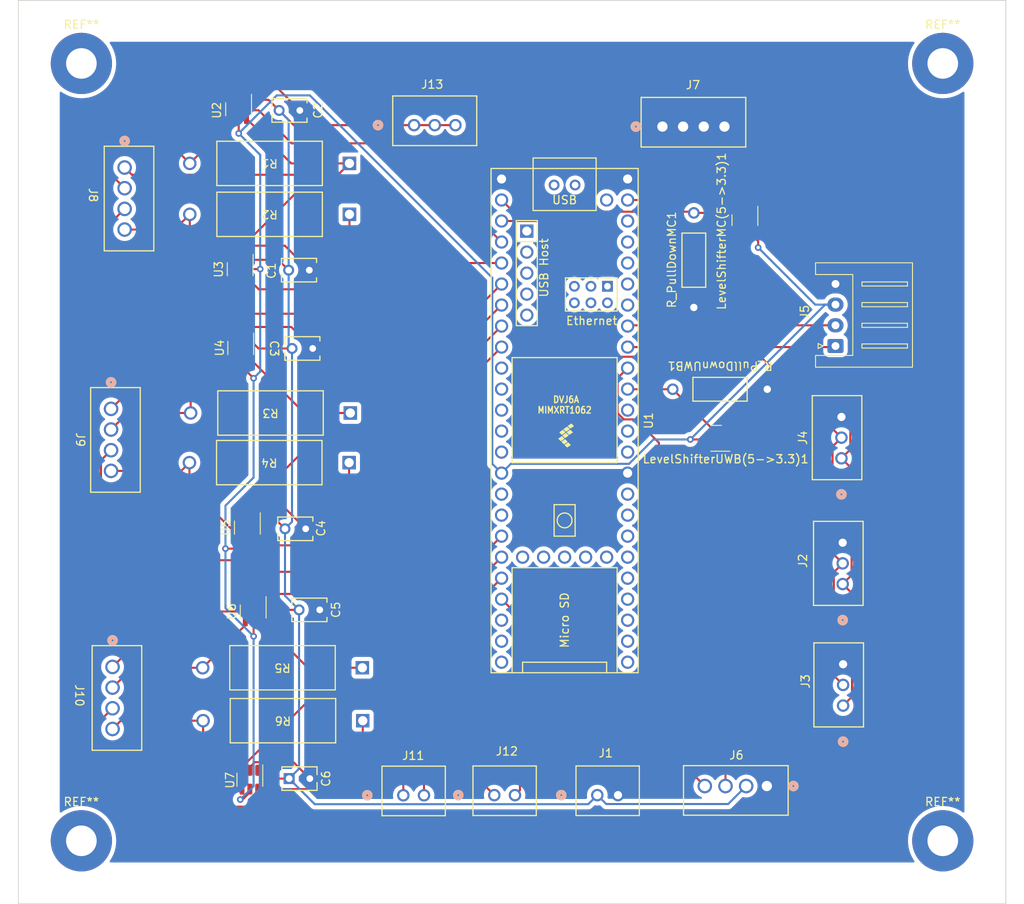
<source format=kicad_pcb>
(kicad_pcb (version 20221018) (generator pcbnew)
  (layers (0 "F.Cu" signal) (31 "B.Cu" signal) (34 "B.Paste" user) (35 "F.Paste" user) (36 "B.SilkS" user "B.Silkscreen") (37 "F.SilkS" user "F.Silkscreen") (38 "B.Mask" user) (39 "F.Mask" user) (44 "Edge.Cuts" user))
  (net 0 "")
  (net 1 "+3.3V")
  (net 2 "+5V")
  (net 3 "GND")
  (net 4 "/A")
  (net 5 "/A'")
  (net 6 "/B")
  (net 7 "/B'")
  (net 8 "/A1")
  (net 9 "/A1'")
  (net 10 "/B1")
  (net 11 "/B1'")
  (net 12 "/A2")
  (net 13 "/A2'")
  (net 14 "/B2")
  (net 15 "/B2'")
  (net 16 "/RX")
  (net 17 "/TX")
  (net 18 "/SDA")
  (net 19 "/SCL")
  (net 20 "/RX1")
  (net 21 "/TX1")
  (net 22 "/MOSI")
  (net 23 "/MISO")
  (net 24 "/SCK")
  (net 25 "Net-(LevelShifterMC(5->3.3)1-S)")
  (net 26 "Net-(LevelShifterUWB(5->3.3)1-S)")
  (net 27 "/WCLK1")
  (net 28 "/WDAT1")
  (net 29 "/WCLK2")
  (net 30 "/WDAT2")
  (net 31 "/EncA")
  (net 32 "/EncB")
  (net 33 "/Enc1A")
  (net 34 "/Enc1B")
  (net 35 "/Enc2A")
  (net 36 "/Enc2B")
  (footprint "MountingHole:MountingHole_3.7mm_Pad" (layer "F.Cu") (at 172.72 147.32)
    (fp_text reference "REF**")
    (fp_text value "MountingHole_3.7mm_Pad")
  )
  (footprint "teensy:4pinJST" (layer "F.Cu") (at 138.825 60.975)
    (fp_text reference "J7")
    (fp_text value "GND1")
  )
  (footprint "teensy:10kOhmRes" (layer "F.Cu") (at 142.625 82.84 90)
    (fp_text reference "R_PullDownMC1")
    (fp_text value "10k")
  )
  (footprint "teensy:2pinJST" (layer "F.Cu") (at 118.5 141.8)
    (fp_text reference "J12")
    (fp_text value "LoadCell2")
  )
  (footprint "teensy:4pinJST" (layer "F.Cu") (at 151.45 140.7 180)
    (fp_text reference "J6")
    (fp_text value "UWB1")
  )
  (footprint "teensy:100ohmR" (layer "F.Cu") (at 102.548 126.4 180)
    (fp_text reference "R5")
    (fp_text value "100")
  )
  (footprint "Package_TO_SOT_SMD:SOT-23-6" (layer "F.Cu") (at 88.646 109.4625 -90)
    (fp_text reference "U5")
    (fp_text value "MAX3284E")
  )
  (footprint "MountingHole:MountingHole_3.7mm_Pad" (layer "F.Cu") (at 68.58 53.34)
    (fp_text reference "REF**")
    (fp_text value "MountingHole_3.7mm_Pad")
  )
  (footprint "MountingHole:MountingHole_3.7mm_Pad" (layer "F.Cu") (at 172.72 53.34)
    (fp_text reference "REF**")
    (fp_text value "MountingHole_3.7mm_Pad")
  )
  (footprint "teensy:0.1uFCap" (layer "F.Cu") (at 94.988 59.0237 180)
    (fp_text reference "C2")
    (fp_text value "0.1u")
  )
  (footprint "teensy:0.1uFCap" (layer "F.Cu") (at 96.138 78.3337 180)
    (fp_text reference "C1")
    (fp_text value "0.1u")
  )
  (footprint "Package_TO_SOT_SMD:SOT-23-6" (layer "F.Cu") (at 87.778 78.2162 -90)
    (fp_text reference "U3")
    (fp_text value "MAX3284E")
  )
  (footprint "teensy:3pinJST" (layer "F.Cu") (at 108.8 60.8)
    (fp_text reference "J13")
    (fp_text value "5V1")
  )
  (footprint "teensy:3pinJST" (layer "F.Cu") (at 160.669801 130.9751 90)
    (fp_text reference "J3")
    (fp_text value "MC2")
  )
  (footprint "Package_TO_SOT_SMD:SOT-23" (layer "F.Cu") (at 145.32 98.66 180)
    (fp_text reference "LevelShifterUWB(5->3.3)1")
    (fp_text value "BSS138")
  )
  (footprint "Package_TO_SOT_SMD:SOT-23" (layer "F.Cu") (at 148.8 72.2825 -90)
    (fp_text reference "LevelShifterMC(5->3.3)1")
    (fp_text value "BSS138")
  )
  (footprint "teensy:4pinJST" (layer "F.Cu") (at 72.348 126.3 -90)
    (fp_text reference "J10")
    (fp_text value "ENC3")
  )
  (footprint "teensy:100ohmR" (layer "F.Cu") (at 102.6 132.8 180)
    (fp_text reference "R6")
    (fp_text value "100")
  )
  (footprint "teensy:100ohmR" (layer "F.Cu") (at 100.99 71.5837 180)
    (fp_text reference "R2")
    (fp_text value "100")
  )
  (footprint "teensy:2pinJST" (layer "F.Cu") (at 107.5 141.82)
    (fp_text reference "J11")
    (fp_text value "LoadCell1")
  )
  (footprint "Package_TO_SOT_SMD:SOT-23-6" (layer "F.Cu") (at 87.588 58.8737 -90)
    (fp_text reference "U2")
    (fp_text value "MAX3284E" hide)
  )
  (footprint "teensy:0.1uFCap" (layer "F.Cu") (at 96.546 87.8 180)
    (fp_text reference "C3")
    (fp_text value "0.1u")
  )
  (footprint "teensy:3pinJST" (layer "F.Cu") (at 160.62 116.28 90)
    (fp_text reference "J2")
    (fp_text value "MC1")
  )
  (footprint "Connector_JST:JST_XH_S4B-XH-A_1x04_P2.50mm_Horizontal" (layer "F.Cu") (at 159.75 87.5 90)
    (fp_text reference "J5")
    (fp_text value "CurrSB")
  )
  (footprint "Package_TO_SOT_SMD:SOT-23-6" (layer "F.Cu") (at 89.348 119.6 -90)
    (fp_text reference "U6")
    (fp_text value "MAX3284E")
  )
  (footprint "teensy:3pinJST" (layer "F.Cu") (at 160.47 101.08 90)
    (fp_text reference "J4")
    (fp_text value "MC3")
  )
  (footprint "MountingHole:MountingHole_3.7mm_Pad" (layer "F.Cu") (at 68.58 147.32)
    (fp_text reference "REF**")
    (fp_text value "MountingHole_3.7mm_Pad")
  )
  (footprint "teensy:0.1uFCap" (layer "F.Cu") (at 93.698 139.8)
    (fp_text reference "C6")
    (fp_text value "0.1u")
  )
  (footprint "teensy:2pinJST" (layer "F.Cu") (at 130.9549 141.8)
    (fp_text reference "J1")
    (fp_text value "POWER")
  )
  (footprint "Package_TO_SOT_SMD:SOT-23-6" (layer "F.Cu") (at 88.948 139.9375 -90)
    (fp_text reference "U7")
    (fp_text value "MAX3284E")
  )
  (footprint "teensy:4pinJST" (layer "F.Cu") (at 72.168 95.1 -90)
    (fp_text reference "J9")
    (fp_text value "ENC2")
  )
  (footprint "teensy:100ohmR" (layer "F.Cu") (at 101.096 95.6 180)
    (fp_text reference "R3")
    (fp_text value "100")
  )
  (footprint "Package_TO_SOT_SMD:SOT-23-6" (layer "F.Cu") (at 87.846 87.7375 -90)
    (fp_text reference "U4")
    (fp_text value "MAX3284E")
  )
  (footprint "teensy:100ohmR" (layer "F.Cu") (at 100.988 65.4237 180)
    (fp_text reference "R1")
    (fp_text value "100")
  )
  (footprint "teensy:100ohmR" (layer "F.Cu") (at 100.948 101.6 180)
    (fp_text reference "R4")
    (fp_text value "100")
  )
  (footprint "teensy:0.1uFCap" (layer "F.Cu") (at 95.696 109.6 180)
    (fp_text reference "C4")
    (fp_text value "0.1u")
  )
  (footprint "teensy:0.1uFCap" (layer "F.Cu") (at 97.398 119.4 180)
    (fp_text reference "C5")
    (fp_text value "0.1u")
  )
  (footprint "teensy:4pinJST" (layer "F.Cu") (at 73.808 65.9237 -90)
    (fp_text reference "J8")
    (fp_text value "ENC1")
  )
  (footprint "teensy:10kOhmRes" (layer "F.Cu") (at 151.505 92.73 180)
    (fp_text reference "R_PullDownUWB1")
    (fp_text value "10k")
  )
  (footprint "teensy:Teensy41" (layer "F.Cu") (at 127 96.52 -90)
    (fp_text reference "U1")
    (fp_text value "Teensy4.1")
  )
  (gr_line (start 180.34 45.72) (end 180.34 154.94) (stroke (width 0.1)) (layer "Edge.Cuts"))
  (gr_line (start 180.34 154.94) (end 60.96 154.94) (stroke (width 0.1)) (layer "Edge.Cuts"))
  (gr_line (start 60.96 45.72) (end 180.34 45.72) (stroke (width 0.1)) (layer "Edge.Cuts"))
  (gr_line (start 60.96 154.94) (end 60.96 45.72) (stroke (width 0.1)) (layer "Edge.Cuts"))
  (segment (start 87.846 89.846) (end 87.846 88.875) (width 0.25) (layer "F.Cu") (net 1))
  (segment (start 87.630251 112) (end 88.646 110.984251) (width 0.25) (layer "F.Cu") (net 1))
  (segment (start 87.6 60.0232) (end 87.588 60.0112) (width 0.25) (layer "F.Cu") (net 1))
  (segment (start 148.8 70.885749) (end 147.764251 69.85) (width 0.25) (layer "F.Cu") (net 1))
  (segment (start 89.4 91.4) (end 87.846 89.846) (width 0.25) (layer "F.Cu") (net 1))
  (segment (start 147.764251 69.85) (end 134.62 69.85) (width 0.25) (layer "F.Cu") (net 1))
  (segment (start 142.2 98.8) (end 144.2425 98.8) (width 0.25) (layer "F.Cu") (net 1))
  (segment (start 86 112) (end 87.630251 112) (width 0.25) (layer "F.Cu") (net 1))
  (segment (start 89.4 122.6) (end 89.4 120.7895) (width 0.25) (layer "F.Cu") (net 1))
  (segment (start 150.4 75.6) (end 150.4 74.82) (width 0.25) (layer "F.Cu") (net 1))
  (segment (start 87.778 78.969449) (end 88.547449 78.2) (width 0.25) (layer "F.Cu") (net 1))
  (segment (start 87.6 61.8) (end 87.6 60.0232) (width 0.25) (layer "F.Cu") (net 1))
  (segment (start 148.8 73.22) (end 148.8 70.885749) (width 0.25) (layer "F.Cu") (net 1))
  (segment (start 87.789443 142.33471) (end 88.072541 142.33471) (width 0.25) (layer "F.Cu") (net 1))
  (segment (start 88.646 110.984251) (end 88.646 110.6) (width 0.25) (layer "F.Cu") (net 1))
  (segment (start 88.948 141.459251) (end 88.948 141.075) (width 0.25) (layer "F.Cu") (net 1))
  (segment (start 88.072541 142.33471) (end 88.948 141.459251) (width 0.25) (layer "F.Cu") (net 1))
  (segment (start 87.778 79.3537) (end 87.778 78.969449) (width 0.25) (layer "F.Cu") (net 1))
  (segment (start 150.4 74.82) (end 148.8 73.22) (width 0.25) (layer "F.Cu") (net 1))
  (segment (start 88.547449 78.2) (end 90.2 78.2) (width 0.25) (layer "F.Cu") (net 1))
  (segment (start 144.2425 98.8) (end 144.3825 98.66) (width 0.25) (layer "F.Cu") (net 1))
  (segment (start 89.4 120.7895) (end 89.348 120.7375) (width 0.25) (layer "F.Cu") (net 1))
  (via (at 89.4 122.6) (size 0.8) (drill 0.4) (layers "F.Cu" "B.Cu") (net 1))
  (via (at 90.2 78.2) (size 0.8) (drill 0.4) (layers "F.Cu" "B.Cu") (net 1))
  (via (at 89.4 91.4) (size 0.8) (drill 0.4) (layers "F.Cu" "B.Cu") (net 1))
  (via (at 86 112) (size 0.8) (drill 0.4) (layers "F.Cu" "B.Cu") (net 1))
  (via (at 87.789443 142.33471) (size 0.8) (drill 0.4) (layers "F.Cu" "B.Cu") (net 1))
  (via (at 150.4 75.6) (size 0.8) (drill 0.4) (layers "F.Cu" "B.Cu") (net 1))
  (via (at 142.2 98.8) (size 0.8) (drill 0.4) (layers "F.Cu" "B.Cu") (net 1))
  (via (at 87.6 61.8) (size 0.8) (drill 0.4) (layers "F.Cu" "B.Cu") (net 1))
  (segment (start 90.2 90.6) (end 89.4 91.4) (width 0.25) (layer "B.Cu") (net 1))
  (segment (start 89.4 140.724153) (end 87.789443 142.33471) (width 0.25) (layer "B.Cu") (net 1))
  (segment (start 96.2 57.2) (end 92.2 57.2) (width 0.25) (layer "B.Cu") (net 1))
  (segment (start 89.4 91.4) (end 89.4 103.4) (width 0.25) (layer "B.Cu") (net 1))
  (segment (start 134.795991 101.745) (end 120.505 101.745) (width 0.25) (layer "B.Cu") (net 1))
  (segment (start 120.505 101.745) (end 119.38 102.87) (width 0.25) (layer "B.Cu") (net 1))
  (segment (start 89.4 122.6) (end 89.4 140.724153) (width 0.25) (layer "B.Cu") (net 1))
  (segment (start 90.2 78.2) (end 90.2 64.4) (width 0.25) (layer "B.Cu") (net 1))
  (segment (start 86 112) (end 86 119.2) (width 0.25) (layer "B.Cu") (net 1))
  (segment (start 119.38 102.87) (end 118.255 101.745) (width 0.25) (layer "B.Cu") (net 1))
  (segment (start 159.75 82.5) (end 157.3 82.5) (width 0.25) (layer "B.Cu") (net 1))
  (segment (start 90.2 64.4) (end 87.6 61.8) (width 0.25) (layer "B.Cu") (net 1))
  (segment (start 92.2 57.2) (end 87.6 61.8) (width 0.25) (layer "B.Cu") (net 1))
  (segment (start 86 119.2) (end 89.4 122.6) (width 0.25) (layer "B.Cu") (net 1))
  (segment (start 89.4 103.4) (end 86 106.8) (width 0.25) (layer "B.Cu") (net 1))
  (segment (start 118.255 101.745) (end 118.255 79.255) (width 0.25) (layer "B.Cu") (net 1))
  (segment (start 142.2 98.8) (end 137.740991 98.8) (width 0.25) (layer "B.Cu") (net 1))
  (segment (start 118.255 79.255) (end 96.2 57.2) (width 0.25) (layer "B.Cu") (net 1))
  (segment (start 86 106.8) (end 86 112) (width 0.25) (layer "B.Cu") (net 1))
  (segment (start 159.75 82.5) (end 158.5 82.5) (width 0.25) (layer "B.Cu") (net 1))
  (segment (start 157.3 82.5) (end 150.4 75.6) (width 0.25) (layer "B.Cu") (net 1))
  (segment (start 137.740991 98.8) (end 134.795991 101.745) (width 0.25) (layer "B.Cu") (net 1))
  (segment (start 158.5 82.5) (end 142.2 98.8) (width 0.25) (layer "B.Cu") (net 1))
  (segment (start 90.2 78.2) (end 90.2 90.6) (width 0.25) (layer "B.Cu") (net 1))
  (segment (start 90.898 139.8) (end 93.698 139.8) (width 0.25) (layer "F.Cu") (net 2))
  (segment (start 88.538 57.7362) (end 91.2005 57.7362) (width 0.25) (layer "F.Cu") (net 2))
  (segment (start 94.046 87.8) (end 89.996 87.8) (width 0.25) (layer "F.Cu") (net 2))
  (segment (start 93.196 109.6) (end 91.921 108.325) (width 0.25) (layer "F.Cu") (net 2))
  (segment (start 89.996 87.8) (end 88.796 86.6) (width 0.25) (layer "F.Cu") (net 2))
  (segment (start 91.921 108.325) (end 89.596 108.325) (width 0.25) (layer "F.Cu") (net 2))
  (segment (start 91.2355 119.4) (end 90.298 118.4625) (width 0.25) (layer "F.Cu") (net 2))
  (segment (start 88.538 58.120451) (end 88.538 57.7362) (width 0.25) (layer "F.Cu") (net 2))
  (segment (start 111.3 60.8) (end 108.8 60.8) (width 0.25) (layer "F.Cu") (net 2))
  (segment (start 91.2005 57.7362) (end 92.488 59.0237) (width 0.25) (layer "F.Cu") (net 2))
  (segment (start 93.638 78.3337) (end 92.383 77.0787) (width 0.25) (layer "F.Cu") (net 2))
  (segment (start 92.383 77.0787) (end 88.728 77.0787) (width 0.25) (layer "F.Cu") (net 2))
  (segment (start 108.8 60.8) (end 94.2643 60.8) (width 0.25) (layer "F.Cu") (net 2))
  (segment (start 94.898 119.4) (end 91.2355 119.4) (width 0.25) (layer "F.Cu") (net 2))
  (segment (start 94.2643 60.8) (end 92.488 59.0237) (width 0.25) (layer "F.Cu") (net 2))
  (segment (start 113.8 60.8) (end 111.3 60.8) (width 0.25) (layer "F.Cu") (net 2))
  (segment (start 89.898 138.8) (end 90.898 139.8) (width 0.25) (layer "F.Cu") (net 2))
  (segment (start 96.7923 142.8943) (end 93.698 139.8) (width 0.25) (layer "B.Cu") (net 2))
  (segment (start 148.95 140.7) (end 146.7757 142.8743) (width 0.25) (layer "B.Cu") (net 2))
  (segment (start 93.638 60.1737) (end 93.638 78.3337) (width 0.25) (layer "B.Cu") (net 2))
  (segment (start 130.9549 141.8) (end 129.8606 142.8943) (width 0.25) (layer "B.Cu") (net 2))
  (segment (start 93.638 87.392) (end 94.046 87.8) (width 0.25) (layer "B.Cu") (net 2))
  (segment (start 146.7757 142.8743) (end 132.0292 142.8743) (width 0.25) (layer "B.Cu") (net 2))
  (segment (start 94.898 119.4) (end 94.898 138.6) (width 0.25) (layer "B.Cu") (net 2))
  (segment (start 94.046 108.75) (end 93.196 109.6) (width 0.25) (layer "B.Cu") (net 2))
  (segment (start 132.0292 142.8743) (end 130.9549 141.8) (width 0.25) (layer "B.Cu") (net 2))
  (segment (start 92.488 59.0237) (end 93.638 60.1737) (width 0.25) (layer "B.Cu") (net 2))
  (segment (start 129.8606 142.8943) (end 96.7923 142.8943) (width 0.25) (layer "B.Cu") (net 2))
  (segment (start 94.898 138.6) (end 93.698 139.8) (width 0.25) (layer "B.Cu") (net 2))
  (segment (start 93.196 109.6) (end 93.196 117.698) (width 0.25) (layer "B.Cu") (net 2))
  (segment (start 93.196 117.698) (end 94.898 119.4) (width 0.25) (layer "B.Cu") (net 2))
  (segment (start 94.046 87.8) (end 94.046 108.75) (width 0.25) (layer "B.Cu") (net 2))
  (segment (start 93.638 78.3337) (end 93.638 87.392) (width 0.25) (layer "B.Cu") (net 2))
  (segment (start 94.988 59.0237) (end 92.188 56.2237) (width 0.25) (layer "F.Cu") (net 3))
  (segment (start 88.716249 56.2237) (end 87.588 57.351949) (width 0.25) (layer "F.Cu") (net 3))
  (segment (start 88.861749 85.2) (end 87.846 86.215749) (width 0.25) (layer "F.Cu") (net 3))
  (segment (start 93.178 75.3737) (end 89.098749 75.3737) (width 0.25) (layer "F.Cu") (net 3))
  (segment (start 87.846 86.215749) (end 87.846 86.6) (width 0.25) (layer "F.Cu") (net 3))
  (segment (start 89.348 117.8) (end 89.348 118.4625) (width 0.25) (layer "F.Cu") (net 3))
  (segment (start 95.473 117.475) (end 89.673 117.475) (width 0.25) (layer "F.Cu") (net 3))
  (segment (start 96.138 78.3337) (end 93.178 75.3737) (width 0.25) (layer "F.Cu") (net 3))
  (segment (start 93.946 85.2) (end 88.861749 85.2) (width 0.25) (layer "F.Cu") (net 3))
  (segment (start 89.098749 75.3737) (end 87.778 76.694449) (width 0.25) (layer "F.Cu") (net 3))
  (segment (start 92.188 56.2237) (end 88.716249 56.2237) (width 0.25) (layer "F.Cu") (net 3))
  (segment (start 93.296 107.2) (end 89.386749 107.2) (width 0.25) (layer "F.Cu") (net 3))
  (segment (start 88.948 138.415749) (end 89.551249 137.8125) (width 0.25) (layer "F.Cu") (net 3))
  (segment (start 95.696 109.6) (end 93.296 107.2) (width 0.25) (layer "F.Cu") (net 3))
  (segment (start 87.588 57.351949) (end 87.588 57.7362) (width 0.25) (layer "F.Cu") (net 3))
  (segment (start 88.948 138.8) (end 88.948 138.415749) (width 0.25) (layer "F.Cu") (net 3))
  (segment (start 87.778 76.694449) (end 87.778 77.0787) (width 0.25) (layer "F.Cu") (net 3))
  (segment (start 94.2105 137.8125) (end 96.198 139.8) (width 0.25) (layer "F.Cu") (net 3))
  (segment (start 89.386749 107.2) (end 88.646 107.940749) (width 0.25) (layer "F.Cu") (net 3))
  (segment (start 89.673 117.475) (end 89.348 117.8) (width 0.25) (layer "F.Cu") (net 3))
  (segment (start 89.551249 137.8125) (end 94.2105 137.8125) (width 0.25) (layer "F.Cu") (net 3))
  (segment (start 88.646 107.940749) (end 88.646 108.325) (width 0.25) (layer "F.Cu") (net 3))
  (segment (start 97.398 119.4) (end 95.473 117.475) (width 0.25) (layer "F.Cu") (net 3))
  (segment (start 96.546 87.8) (end 93.946 85.2) (width 0.25) (layer "F.Cu") (net 3))
  (segment (start 73.808 65.9237) (end 74.6843 66.8) (width 0.25) (layer "F.Cu") (net 4))
  (segment (start 93.9505 65.4237) (end 100.988 65.4237) (width 0.25) (layer "F.Cu") (net 4))
  (segment (start 88.538 59.626949) (end 88.538 60.0112) (width 0.25) (layer "F.Cu") (net 4))
  (segment (start 99.6117 66.8) (end 100.988 65.4237) (width 0.25) (layer "F.Cu") (net 4))
  (segment (start 88.538 60.0112) (end 93.9505 65.4237) (width 0.25) (layer "F.Cu") (net 4))
  (segment (start 74.6843 66.8) (end 99.6117 66.8) (width 0.25) (layer "F.Cu") (net 4))
  (segment (start 72.988 63.8237) (end 80.084 63.8237) (width 0.25) (layer "F.Cu") (net 5))
  (segment (start 80.084 63.8237) (end 81.684 65.4237) (width 0.25) (layer "F.Cu") (net 5))
  (segment (start 86.638 60.0112) (end 86.638 60.4697) (width 0.25) (layer "F.Cu") (net 5))
  (segment (start 71.788 65.0237) (end 72.988 63.8237) (width 0.25) (layer "F.Cu") (net 5))
  (segment (start 73.808 68.4237) (end 71.788 66.4037) (width 0.25) (layer "F.Cu") (net 5))
  (segment (start 86.638 60.4697) (end 81.684 65.4237) (width 0.25) (layer "F.Cu") (net 5))
  (segment (start 71.788 66.4037) (end 71.788 65.0237) (width 0.25) (layer "F.Cu") (net 5))
  (segment (start 72.188 74.4237) (end 78.388 80.6237) (width 0.25) (layer "F.Cu") (net 6))
  (segment (start 73.808 70.9237) (end 72.188 72.5437) (width 0.25) (layer "F.Cu") (net 6))
  (segment (start 88.728 79.737951) (end 88.728 79.3537) (width 0.25) (layer "F.Cu") (net 6))
  (segment (start 78.388 80.6237) (end 87.842251 80.6237) (width 0.25) (layer "F.Cu") (net 6))
  (segment (start 88.728 79.3537) (end 90.018 80.6437) (width 0.25) (layer "F.Cu") (net 6))
  (segment (start 72.188 72.5437) (end 72.188 74.4237) (width 0.25) (layer "F.Cu") (net 6))
  (segment (start 100.99 77.7917) (end 100.99 71.5837) (width 0.25) (layer "F.Cu") (net 6))
  (segment (start 90.018 80.6437) (end 98.138 80.6437) (width 0.25) (layer "F.Cu") (net 6))
  (segment (start 98.138 80.6437) (end 100.99 77.7917) (width 0.25) (layer "F.Cu") (net 6))
  (segment (start 87.842251 80.6237) (end 88.728 79.737951) (width 0.25) (layer "F.Cu") (net 6))
  (segment (start 81.686 74.2117) (end 81.686 71.5837) (width 0.25) (layer "F.Cu") (net 7))
  (segment (start 79.846 73.4237) (end 81.686 71.5837) (width 0.25) (layer "F.Cu") (net 7))
  (segment (start 73.808 73.4237) (end 79.846 73.4237) (width 0.25) (layer "F.Cu") (net 7))
  (segment (start 86.828 79.3537) (end 81.686 74.2117) (width 0.25) (layer "F.Cu") (net 7))
  (segment (start 72.168 95.1) (end 79.3805 87.8875) (width 0.25) (layer "F.Cu") (net 8))
  (segment (start 88.192751 87.8875) (end 88.796 88.490749) (width 0.25) (layer "F.Cu") (net 8))
  (segment (start 95.521 95.6) (end 101.096 95.6) (width 0.25) (layer "F.Cu") (net 8))
  (segment (start 88.796 88.875) (end 95.521 95.6) (width 0.25) (layer "F.Cu") (net 8))
  (segment (start 79.3805 87.8875) (end 88.192751 87.8875) (width 0.25) (layer "F.Cu") (net 8))
  (segment (start 88.796 88.490749) (end 88.796 88.875) (width 0.25) (layer "F.Cu") (net 8))
  (segment (start 81.792 93.979) (end 81.792 95.6) (width 0.25) (layer "F.Cu") (net 9))
  (segment (start 81.792 95.6) (end 74.168 95.6) (width 0.25) (layer "F.Cu") (net 9))
  (segment (start 86.896 88.875) (end 81.792 93.979) (width 0.25) (layer "F.Cu") (net 9))
  (segment (start 74.168 95.6) (end 72.168 97.6) (width 0.25) (layer "F.Cu") (net 9))
  (segment (start 70.948 101.32) (end 70.948 107.8) (width 0.25) (layer "F.Cu") (net 10))
  (segment (start 96.948 111.6) (end 100.948 107.6) (width 0.25) (layer "F.Cu") (net 10))
  (segment (start 90.596 111.6) (end 96.948 111.6) (width 0.25) (layer "F.Cu") (net 10))
  (segment (start 72.168 100.1) (end 70.948 101.32) (width 0.25) (layer "F.Cu") (net 10))
  (segment (start 76.548 113.4) (end 87.180251 113.4) (width 0.25) (layer "F.Cu") (net 10))
  (segment (start 87.180251 113.4) (end 89.596 110.984251) (width 0.25) (layer "F.Cu") (net 10))
  (segment (start 89.596 110.6) (end 90.596 111.6) (width 0.25) (layer "F.Cu") (net 10))
  (segment (start 70.948 107.8) (end 76.548 113.4) (width 0.25) (layer "F.Cu") (net 10))
  (segment (start 89.596 110.984251) (end 89.596 110.6) (width 0.25) (layer "F.Cu") (net 10))
  (segment (start 100.948 107.6) (end 100.948 101.6) (width 0.25) (layer "F.Cu") (net 10))
  (segment (start 80.644 102.6) (end 81.644 101.6) (width 0.25) (layer "F.Cu") (net 11))
  (segment (start 87.696 110.6) (end 81.644 104.548) (width 0.25) (layer "F.Cu") (net 11))
  (segment (start 72.168 102.6) (end 80.644 102.6) (width 0.25) (layer "F.Cu") (net 11))
  (segment (start 81.644 104.548) (end 81.644 101.6) (width 0.25) (layer "F.Cu") (net 11))
  (segment (start 90.298 120.7375) (end 95.9605 126.4) (width 0.25) (layer "F.Cu") (net 12))
  (segment (start 90.298 120.353249) (end 89.544751 119.6) (width 0.25) (layer "F.Cu") (net 12))
  (segment (start 79.048 119.6) (end 72.348 126.3) (width 0.25) (layer "F.Cu") (net 12))
  (segment (start 90.298 120.7375) (end 90.298 120.353249) (width 0.25) (layer "F.Cu") (net 12))
  (segment (start 89.544751 119.6) (end 79.048 119.6) (width 0.25) (layer "F.Cu") (net 12))
  (segment (start 95.9605 126.4) (end 102.548 126.4) (width 0.25) (layer "F.Cu") (net 12))
  (segment (start 88.398 121.246) (end 83.244 126.4) (width 0.25) (layer "F.Cu") (net 13))
  (segment (start 74.748 126.4) (end 72.348 128.8) (width 0.25) (layer "F.Cu") (net 13))
  (segment (start 88.398 120.7375) (end 88.398 121.246) (width 0.25) (layer "F.Cu") (net 13))
  (segment (start 83.244 126.4) (end 74.748 126.4) (width 0.25) (layer "F.Cu") (net 13))
  (segment (start 89.898 141.075) (end 97.473 141.075) (width 0.25) (layer "F.Cu") (net 14))
  (segment (start 97.473 141.075) (end 102.6 135.948) (width 0.25) (layer "F.Cu") (net 14))
  (segment (start 70.548 135.8) (end 70.548 133.1) (width 0.25) (layer "F.Cu") (net 14))
  (segment (start 70.548 133.1) (end 72.348 131.3) (width 0.25) (layer "F.Cu") (net 14))
  (segment (start 77.948 143.2) (end 70.548 135.8) (width 0.25) (layer "F.Cu") (net 14))
  (segment (start 89 143.2) (end 77.948 143.2) (width 0.25) (layer "F.Cu") (net 14))
  (segment (start 102.6 135.948) (end 102.6 132.8) (width 0.25) (layer "F.Cu") (net 14))
  (segment (start 89.898 142.302) (end 89 143.2) (width 0.25) (layer "F.Cu") (net 14))
  (segment (start 89.898 141.075) (end 89.898 142.302) (width 0.25) (layer "F.Cu") (net 14))
  (segment (start 83.296 132.8) (end 73.348 132.8) (width 0.25) (layer "F.Cu") (net 15))
  (segment (start 87.998 141.075) (end 83.296 136.373) (width 0.25) (layer "F.Cu") (net 15))
  (segment (start 73.348 132.8) (end 72.348 133.8) (width 0.25) (layer "F.Cu") (net 15))
  (segment (start 83.296 136.373) (end 83.296 132.8) (width 0.25) (layer "F.Cu") (net 15))
  (segment (start 160.669801 130.9751) (end 161.744101 129.9008) (width 0.25) (layer "F.Cu") (net 16))
  (segment (start 161.6943 115.2057) (end 161.6943 102.3043) (width 0.25) (layer "F.Cu") (net 16))
  (segment (start 161.5443 100.0057) (end 161.5443 80.007599) (width 0.25) (layer "F.Cu") (net 16))
  (segment (start 160.47 101.08) (end 161.5443 100.0057) (width 0.25) (layer "F.Cu") (net 16))
  (segment (start 161.744101 129.9008) (end 161.744101 117.404101) (width 0.25) (layer "F.Cu") (net 16))
  (segment (start 161.6943 102.3043) (end 160.47 101.08) (width 0.25) (layer "F.Cu") (net 16))
  (segment (start 161.744101 117.404101) (end 160.62 116.28) (width 0.25) (layer "F.Cu") (net 16))
  (segment (start 160.62 116.28) (end 161.6943 115.2057) (width 0.25) (layer "F.Cu") (net 16))
  (segment (start 161.5443 80.007599) (end 152.881701 71.345) (width 0.25) (layer "F.Cu") (net 16))
  (segment (start 152.881701 71.345) (end 149.75 71.345) (width 0.25) (layer "F.Cu") (net 16))
  (segment (start 160.47 98.58) (end 150.69 88.8) (width 0.25) (layer "F.Cu") (net 17))
  (segment (start 160.62 113.78) (end 159.3957 112.5557) (width 0.25) (layer "F.Cu") (net 17))
  (segment (start 132.4 88.8) (end 125.6 82) (width 0.25) (layer "F.Cu") (net 17))
  (segment (start 125.6 74.4) (end 123.59 72.39) (width 0.25) (layer "F.Cu") (net 17))
  (segment (start 160.669801 128.4751) (end 159.5457 127.350999) (width 0.25) (layer "F.Cu") (net 17))
  (segment (start 159.3957 99.6543) (end 160.47 98.58) (width 0.25) (layer "F.Cu") (net 17))
  (segment (start 159.5457 127.350999) (end 159.5457 114.8543) (width 0.25) (layer "F.Cu") (net 17))
  (segment (start 123.59 72.39) (end 119.38 72.39) (width 0.25) (layer "F.Cu") (net 17))
  (segment (start 150.69 88.8) (end 132.4 88.8) (width 0.25) (layer "F.Cu") (net 17))
  (segment (start 125.6 82) (end 125.6 74.4) (width 0.25) (layer "F.Cu") (net 17))
  (segment (start 159.5457 114.8543) (end 160.62 113.78) (width 0.25) (layer "F.Cu") (net 17))
  (segment (start 159.3957 112.5557) (end 159.3957 99.6543) (width 0.25) (layer "F.Cu") (net 17))
  (segment (start 134.62 87.63) (end 159.62 87.63) (width 0.25) (layer "F.Cu") (net 18))
  (segment (start 159.62 87.63) (end 159.75 87.5) (width 0.25) (layer "F.Cu") (net 18))
  (segment (start 134.71 85) (end 134.62 85.09) (width 0.25) (layer "F.Cu") (net 19))
  (segment (start 159.75 85) (end 134.71 85) (width 0.25) (layer "F.Cu") (net 19))
  (segment (start 146.45 99.8025) (end 146.45 140.7) (width 0.25) (layer "F.Cu") (net 20))
  (segment (start 146.2575 99.61) (end 146.45 99.8025) (width 0.25) (layer "F.Cu") (net 20))
  (segment (start 134.154009 96.375) (end 133.4 95.620991) (width 0.25) (layer "F.Cu") (net 21))
  (segment (start 138.4 135.15) (end 138.4 99.2) (width 0.25) (layer "F.Cu") (net 21))
  (segment (start 133.4 95.620991) (end 133.4 91.39) (width 0.25) (layer "F.Cu") (net 21))
  (segment (start 135.575 96.375) (end 134.154009 96.375) (width 0.25) (layer "F.Cu") (net 21))
  (segment (start 133.4 91.39) (end 134.62 90.17) (width 0.25) (layer "F.Cu") (net 21))
  (segment (start 138.4 99.2) (end 135.575 96.375) (width 0.25) (layer "F.Cu") (net 21))
  (segment (start 143.95 140.7) (end 138.4 135.15) (width 0.25) (layer "F.Cu") (net 21))
  (segment (start 120.795 71.265) (end 119.38 69.85) (width 0.25) (layer "F.Cu") (net 25))
  (segment (start 147.785 71.41) (end 147.85 71.345) (width 0.25) (layer "F.Cu") (net 25))
  (segment (start 142.48 71.265) (end 120.795 71.265) (width 0.25) (layer "F.Cu") (net 25))
  (segment (start 119.32 69.91) (end 119.38 69.85) (width 0.25) (layer "F.Cu") (net 25))
  (segment (start 142.625 71.41) (end 142.48 71.265) (width 0.25) (layer "F.Cu") (net 25))
  (segment (start 142.625 71.41) (end 147.785 71.41) (width 0.25) (layer "F.Cu") (net 25))
  (segment (start 145.055 97.71) (end 140.075 92.73) (width 0.25) (layer "F.Cu") (net 26))
  (segment (start 146.2575 97.71) (end 145.055 97.71) (width 0.25) (layer "F.Cu") (net 26))
  (segment (start 140.075 92.73) (end 134.64 92.73) (width 0.25) (layer "F.Cu") (net 26))
  (segment (start 134.64 92.73) (end 134.62 92.71) (width 0.25) (layer "F.Cu") (net 26))
  (segment (start 107.5 122.37) (end 107.5 141.82) (width 0.25) (layer "F.Cu") (net 27))
  (segment (start 119.38 110.49) (end 107.5 122.37) (width 0.25) (layer "F.Cu") (net 27))
  (segment (start 119.38 113.03) (end 110 122.41) (width 0.25) (layer "F.Cu") (net 28))
  (segment (start 110 122.41) (end 110 141.82) (width 0.25) (layer "F.Cu") (net 28))
  (segment (start 116.8 118.15) (end 119.38 115.57) (width 0.25) (layer "F.Cu") (net 29))
  (segment (start 118.5 141.8) (end 116.8 140.1) (width 0.25) (layer "F.Cu") (net 29))
  (segment (start 116.8 140.1) (end 116.8 118.15) (width 0.25) (layer "F.Cu") (net 29))
  (segment (start 121.6 141.2) (end 121.6 120.33) (width 0.25) (layer "F.Cu") (net 30))
  (segment (start 121 141.8) (end 121.6 141.2) (width 0.25) (layer "F.Cu") (net 30))
  (segment (start 121.6 120.33) (end 119.38 118.11) (width 0.25) (layer "F.Cu") (net 30))
  (segment (start 86.638 58.120451) (end 87.517549 59) (width 0.25) (layer "F.Cu") (net 31))
  (segment (start 90 59) (end 94 63) (width 0.25) (layer "F.Cu") (net 31))
  (segment (start 86.638 57.7362) (end 86.638 58.120451) (width 0.25) (layer "F.Cu") (net 31))
  (segment (start 107.45 63) (end 119.38 74.93) (width 0.25) (layer "F.Cu") (net 31))
  (segment (start 94 63) (end 107.45 63) (width 0.25) (layer "F.Cu") (net 31))
  (segment (start 87.517549 59) (end 90 59) (width 0.25) (layer "F.Cu") (net 31))
  (segment (start 104.8 69.2) (end 113.07 77.47) (width 0.25) (layer "F.Cu") (net 32))
  (segment (start 86.828 77.0787) (end 86.828 76.694449) (width 0.25) (layer "F.Cu") (net 32))
  (segment (start 113.07 77.47) (end 119.38 77.47) (width 0.25) (layer "F.Cu") (net 32))
  (segment (start 86.828 76.694449) (end 94.322449 69.2) (width 0.25) (layer "F.Cu") (net 32))
  (segment (start 94.322449 69.2) (end 104.8 69.2) (width 0.25) (layer "F.Cu") (net 32))
  (segment (start 115.79 83.6) (end 119.38 80.01) (width 0.25) (layer "F.Cu") (net 33))
  (segment (start 86.896 84.104) (end 87.4 83.6) (width 0.25) (layer "F.Cu") (net 33))
  (segment (start 86.896 86.6) (end 86.896 84.104) (width 0.25) (layer "F.Cu") (net 33))
  (segment (start 87.4 83.6) (end 115.79 83.6) (width 0.25) (layer "F.Cu") (net 33))
  (segment (start 97.036749 98.6) (end 103.33 98.6) (width 0.25) (layer "F.Cu") (net 34))
  (segment (start 87.696 107.940749) (end 97.036749 98.6) (width 0.25) (layer "F.Cu") (net 34))
  (segment (start 103.33 98.6) (end 119.38 82.55) (width 0.25) (layer "F.Cu") (net 34))
  (segment (start 87.696 108.325) (end 87.696 107.940749) (width 0.25) (layer "F.Cu") (net 34))
  (segment (start 91.676249 114.8) (end 101.2 114.8) (width 0.25) (layer "F.Cu") (net 35))
  (segment (start 113 103) (end 113 91.47) (width 0.25) (layer "F.Cu") (net 35))
  (segment (start 88.398 118.4625) (end 88.398 118.078249) (width 0.25) (layer "F.Cu") (net 35))
  (segment (start 113 91.47) (end 119.38 85.09) (width 0.25) (layer "F.Cu") (net 35))
  (segment (start 101.2 114.8) (end 113 103) (width 0.25) (layer "F.Cu") (net 35))
  (segment (start 88.398 118.078249) (end 91.676249 114.8) (width 0.25) (layer "F.Cu") (net 35))
  (segment (start 115.6 91.41) (end 119.38 87.63) (width 0.25) (layer "F.Cu") (net 36))
  (segment (start 105.4 119.6) (end 115.6 109.4) (width 0.25) (layer "F.Cu") (net 36))
  (segment (start 103.6 129.8) (end 105.4 128) (width 0.25) (layer "F.Cu") (net 36))
  (segment (start 115.6 109.4) (end 115.6 91.41) (width 0.25) (layer "F.Cu") (net 36))
  (segment (start 96.613749 129.8) (end 103.6 129.8) (width 0.25) (layer "F.Cu") (net 36))
  (segment (start 105.4 128) (end 105.4 119.6) (width 0.25) (layer "F.Cu") (net 36))
  (segment (start 87.998 138.415749) (end 96.613749 129.8) (width 0.25) (layer "F.Cu") (net 36))
  (segment (start 87.998 138.8) (end 87.998 138.415749) (width 0.25) (layer "F.Cu") (net 36))
  (zone (net 3) (net_name "GND") (layer "B.Cu") (connect_pads yes (clearance 0.5)) (min_thickness 0.25) (fill yes (thermal_gap 0.5) (thermal_bridge_width 0.5))
    (polygon (pts (xy 180.275 45.775) (xy 180.3 154.9) (xy 61 154.9) (xy 61 45.775) (xy 80.4 45.775)))
  )
)
</source>
